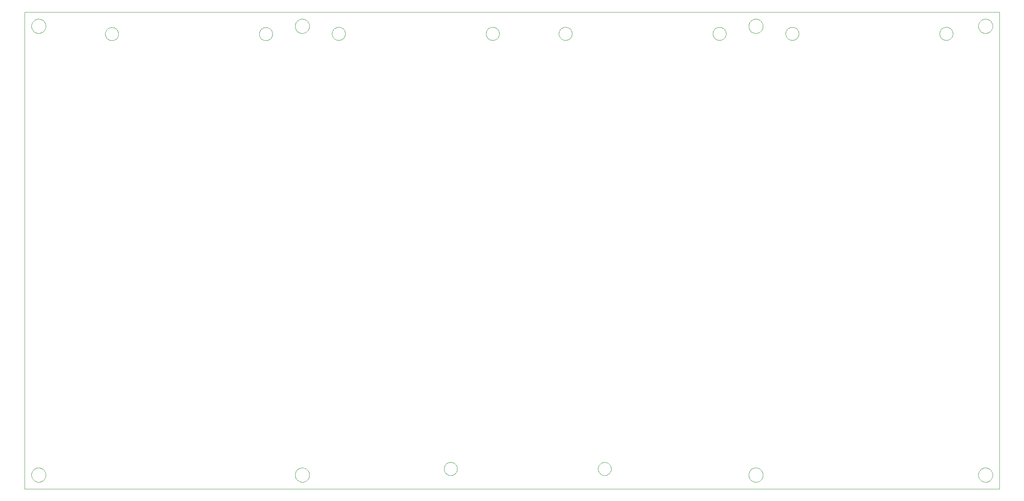
<source format=gm1>
G04 Output by ViewMate Deluxe V11.0.9  PentaLogix LLC*
G04 Mon Mar 30 14:28:06 2015*
%FSLAX33Y33*%
%MOMM*%
%IPPOS*%
%ADD113C,0.0*%

%LPD*%
X0Y0D2*D113*G1X8331Y110490D2*X8336Y110363D1*X8352Y110236*X8377Y110112*X8412Y109990*X8456Y109870*X8509Y109756*X8572Y109644*X8644Y109540*X8725Y109441*X8811Y109347*X8905Y109261*X9007Y109184*X9114Y109116*X9225Y109055*X9342Y109002*X9462Y108961*X9583Y108928*X9710Y108905*X9835Y108892*X9964Y108890*X10091Y108897*X10216Y108915*X10340Y108943*X10462Y108981*X10579Y109027*X10693Y109083*X10803Y109149*X10907Y109223*X11006Y109304*X11097Y109393*X11179Y109489*X11255Y109591*X11323Y109700*X11382Y109812*X11430Y109929*X11471Y110051*X11501Y110175*X11521Y110300*X11532Y110426*X11532Y110554*X11521Y110680*X11501Y110805*X11471Y110929*X11430Y111051*X11382Y111168*X11323Y111280*X11255Y111389*X11179Y111491*X11097Y111587*X11006Y111676*X10907Y111757*X10803Y111831*X10693Y111897*X10579Y111953*X10462Y111999*X10340Y112037*X10216Y112065*X10091Y112083*X9964Y112090*X9835Y112088*X9710Y112075*X9583Y112052*X9462Y112019*X9342Y111978*X9225Y111925*X9114Y111864*X9007Y111796*X8905Y111719*X8811Y111633*X8725Y111539*X8644Y111440*X8572Y111336*X8509Y111224*X8456Y111110*X8412Y110990*X8377Y110868*X8352Y110744*X8336Y110617*X8331Y110490*X24867Y108737D2*X24872Y108615D1*X24887Y108496*X24912Y108377*X24945Y108260*X24991Y108146*X25044Y108036*X25105Y107932*X25176Y107833*X25255Y107739*X25342Y107653*X25436Y107574*X25535Y107503*X25639Y107442*X25748Y107389*X25862Y107343*X25979Y107310*X26098Y107285*X26218Y107269*X26340Y107264*X26462Y107269*X26581Y107285*X26700Y107310*X26817Y107343*X26932Y107389*X27041Y107442*X27145Y107503*X27244Y107574*X27338Y107653*X27424Y107739*X27503Y107833*X27574Y107932*X27635Y108036*X27689Y108146*X27734Y108260*X27767Y108377*X27793Y108496*X27808Y108615*X27813Y108737*X27808Y108859*X27793Y108979*X27767Y109098*X27734Y109215*X27689Y109329*X27635Y109438*X27574Y109543*X27503Y109642*X27424Y109736*X27338Y109822*X27244Y109901*X27145Y109972*X27041Y110033*X26932Y110086*X26817Y110132*X26700Y110165*X26581Y110190*X26462Y110206*X26340Y110211*X26218Y110206*X26098Y110190*X25979Y110165*X25862Y110132*X25748Y110086*X25639Y110033*X25535Y109972*X25436Y109901*X25342Y109822*X25255Y109736*X25176Y109642*X25105Y109543*X25044Y109438*X24991Y109329*X24945Y109215*X24912Y109098*X24887Y108979*X24872Y108859*X24867Y108737*X59360Y108737D2*X59365Y108615D1*X59380Y108496*X59406Y108377*X59439Y108260*X59484Y108146*X59538Y108036*X59599Y107932*X59670Y107833*X59748Y107739*X59835Y107653*X59929Y107574*X60028Y107503*X60132Y107442*X60241Y107389*X60355Y107343*X60472Y107310*X60592Y107285*X60711Y107269*X60833Y107264*X60955Y107269*X61074Y107285*X61194Y107310*X61311Y107343*X61425Y107389*X61534Y107442*X61638Y107503*X61737Y107574*X61831Y107653*X61918Y107739*X61996Y107833*X62067Y107932*X62128Y108036*X62182Y108146*X62227Y108260*X62260Y108377*X62286Y108496*X62301Y108615*X62306Y108737*X62301Y108859*X62286Y108979*X62260Y109098*X62227Y109215*X62182Y109329*X62128Y109438*X62067Y109543*X61996Y109642*X61918Y109736*X61831Y109822*X61737Y109901*X61638Y109972*X61534Y110033*X61425Y110086*X61311Y110132*X61194Y110165*X61074Y110190*X60955Y110206*X60833Y110211*X60711Y110206*X60592Y110190*X60472Y110165*X60355Y110132*X60241Y110086*X60132Y110033*X60028Y109972*X59929Y109901*X59835Y109822*X59748Y109736*X59670Y109642*X59599Y109543*X59538Y109438*X59484Y109329*X59439Y109215*X59406Y109098*X59380Y108979*X59365Y108859*X59360Y108737*X67386Y110490D2*X67391Y110363D1*X67407Y110236*X67432Y110112*X67467Y109990*X67511Y109870*X67564Y109756*X67628Y109644*X67699Y109540*X67780Y109441*X67866Y109347*X67960Y109261*X68062Y109184*X68169Y109116*X68280Y109055*X68397Y109002*X68516Y108961*X68638Y108928*X68765Y108905*X68890Y108892*X69019Y108890*X69146Y108897*X69271Y108915*X69395Y108943*X69517Y108981*X69634Y109027*X69748Y109083*X69858Y109149*X69962Y109223*X70061Y109304*X70152Y109393*X70234Y109489*X70310Y109591*X70378Y109700*X70437Y109812*X70485Y109929*X70526Y110051*X70556Y110175*X70576Y110300*X70587Y110426*X70587Y110554*X70576Y110680*X70556Y110805*X70526Y110929*X70485Y111051*X70437Y111168*X70378Y111280*X70310Y111389*X70234Y111491*X70152Y111587*X70061Y111676*X69962Y111757*X69858Y111831*X69748Y111897*X69634Y111953*X69517Y111999*X69395Y112037*X69271Y112065*X69146Y112083*X69019Y112090*X68890Y112088*X68765Y112075*X68638Y112052*X68516Y112019*X68397Y111978*X68280Y111925*X68169Y111864*X68062Y111796*X67960Y111719*X67866Y111633*X67780Y111539*X67699Y111440*X67628Y111336*X67564Y111224*X67511Y111110*X67467Y110990*X67432Y110868*X67407Y110744*X67391Y110617*X67386Y110490*X75667Y108801D2*X75672Y108679D1*X75687Y108560*X75712Y108440*X75745Y108323*X75791Y108209*X75844Y108100*X75905Y107996*X75976Y107897*X76055Y107803*X76142Y107716*X76236Y107638*X76335Y107566*X76439Y107506*X76548Y107452*X76662Y107406*X76779Y107373*X76898Y107348*X77018Y107333*X77140Y107328*X77262Y107333*X77381Y107348*X77500Y107373*X77617Y107406*X77732Y107452*X77841Y107506*X77945Y107566*X78044Y107638*X78138Y107716*X78224Y107803*X78303Y107897*X78374Y107996*X78435Y108100*X78489Y108209*X78534Y108323*X78567Y108440*X78593Y108560*X78608Y108679*X78613Y108801*X78608Y108923*X78593Y109042*X78567Y109162*X78534Y109278*X78489Y109393*X78435Y109502*X78374Y109606*X78303Y109705*X78224Y109799*X78138Y109885*X78044Y109964*X77945Y110035*X77841Y110096*X77732Y110150*X77617Y110195*X77500Y110228*X77381Y110254*X77262Y110269*X77140Y110274*X77018Y110269*X76898Y110254*X76779Y110228*X76662Y110195*X76548Y110150*X76439Y110096*X76335Y110035*X76236Y109964*X76142Y109885*X76055Y109799*X75976Y109705*X75905Y109606*X75844Y109502*X75791Y109393*X75745Y109278*X75712Y109162*X75687Y109042*X75672Y108923*X75667Y108801*X110160Y108801D2*X110165Y108679D1*X110180Y108560*X110206Y108440*X110239Y108323*X110284Y108209*X110338Y108100*X110399Y107996*X110470Y107897*X110548Y107803*X110635Y107716*X110729Y107638*X110828Y107566*X110932Y107506*X111041Y107452*X111155Y107406*X111272Y107373*X111392Y107348*X111511Y107333*X111633Y107328*X111755Y107333*X111874Y107348*X111994Y107373*X112111Y107406*X112225Y107452*X112334Y107506*X112438Y107566*X112537Y107638*X112631Y107716*X112718Y107803*X112796Y107897*X112867Y107996*X112928Y108100*X112982Y108209*X113027Y108323*X113060Y108440*X113086Y108560*X113101Y108679*X113106Y108801*X113101Y108923*X113086Y109042*X113060Y109162*X113027Y109278*X112982Y109393*X112928Y109502*X112867Y109606*X112796Y109705*X112718Y109799*X112631Y109885*X112537Y109964*X112438Y110035*X112334Y110096*X112225Y110150*X112111Y110195*X111994Y110228*X111874Y110254*X111755Y110269*X111633Y110274*X111511Y110269*X111392Y110254*X111272Y110228*X111155Y110195*X111041Y110150*X110932Y110096*X110828Y110035*X110729Y109964*X110635Y109885*X110548Y109799*X110470Y109705*X110399Y109606*X110338Y109502*X110284Y109393*X110239Y109278*X110206Y109162*X110180Y109042*X110165Y108923*X110160Y108801*X126467Y108801D2*X126472Y108679D1*X126487Y108560*X126512Y108440*X126545Y108323*X126591Y108209*X126644Y108100*X126705Y107996*X126776Y107897*X126855Y107803*X126942Y107716*X127036Y107638*X127135Y107566*X127239Y107506*X127348Y107452*X127462Y107406*X127579Y107373*X127698Y107348*X127818Y107333*X127940Y107328*X128062Y107333*X128181Y107348*X128300Y107373*X128417Y107406*X128532Y107452*X128641Y107506*X128745Y107566*X128844Y107638*X128938Y107716*X129024Y107803*X129103Y107897*X129174Y107996*X129235Y108100*X129289Y108209*X129334Y108323*X129367Y108440*X129393Y108560*X129408Y108679*X129413Y108801*X129408Y108923*X129393Y109042*X129367Y109162*X129334Y109278*X129289Y109393*X129235Y109502*X129174Y109606*X129103Y109705*X129024Y109799*X128938Y109885*X128844Y109964*X128745Y110035*X128641Y110096*X128532Y110150*X128417Y110195*X128300Y110228*X128181Y110254*X128062Y110269*X127940Y110274*X127818Y110269*X127698Y110254*X127579Y110228*X127462Y110195*X127348Y110150*X127239Y110096*X127135Y110035*X127036Y109964*X126942Y109885*X126855Y109799*X126776Y109705*X126705Y109606*X126644Y109502*X126591Y109393*X126545Y109278*X126512Y109162*X126487Y109042*X126472Y108923*X126467Y108801*X160960Y108801D2*X160965Y108679D1*X160980Y108560*X161006Y108440*X161039Y108323*X161084Y108209*X161138Y108100*X161199Y107996*X161270Y107897*X161348Y107803*X161435Y107716*X161529Y107638*X161628Y107566*X161732Y107506*X161841Y107452*X161955Y107406*X162072Y107373*X162192Y107348*X162311Y107333*X162433Y107328*X162555Y107333*X162674Y107348*X162794Y107373*X162911Y107406*X163025Y107452*X163134Y107506*X163238Y107566*X163337Y107638*X163431Y107716*X163518Y107803*X163596Y107897*X163667Y107996*X163728Y108100*X163782Y108209*X163827Y108323*X163860Y108440*X163886Y108560*X163901Y108679*X163906Y108801*X163901Y108923*X163886Y109042*X163860Y109162*X163827Y109278*X163782Y109393*X163728Y109502*X163667Y109606*X163596Y109705*X163518Y109799*X163431Y109885*X163337Y109964*X163238Y110035*X163134Y110096*X163025Y110150*X162911Y110195*X162794Y110228*X162674Y110254*X162555Y110269*X162433Y110274*X162311Y110269*X162192Y110254*X162072Y110228*X161955Y110195*X161841Y110150*X161732Y110096*X161628Y110035*X161529Y109964*X161435Y109885*X161348Y109799*X161270Y109705*X161199Y109606*X161138Y109502*X161084Y109393*X161039Y109278*X161006Y109162*X160980Y109042*X160965Y108923*X160960Y108801*X168986Y110490D2*X168991Y110363D1*X169007Y110236*X169032Y110112*X169067Y109990*X169111Y109870*X169164Y109756*X169228Y109644*X169299Y109540*X169380Y109441*X169466Y109347*X169560Y109261*X169662Y109184*X169769Y109116*X169880Y109055*X169997Y109002*X170116Y108961*X170238Y108928*X170365Y108905*X170490Y108892*X170619Y108890*X170746Y108897*X170871Y108915*X170995Y108943*X171117Y108981*X171234Y109027*X171348Y109083*X171458Y109149*X171562Y109223*X171661Y109304*X171752Y109393*X171834Y109489*X171910Y109591*X171978Y109700*X172037Y109812*X172085Y109929*X172126Y110051*X172156Y110175*X172176Y110300*X172187Y110426*X172187Y110554*X172176Y110680*X172156Y110805*X172126Y110929*X172085Y111051*X172037Y111168*X171978Y111280*X171910Y111389*X171834Y111491*X171752Y111587*X171661Y111676*X171562Y111757*X171458Y111831*X171348Y111897*X171234Y111953*X171117Y111999*X170995Y112037*X170871Y112065*X170746Y112083*X170619Y112090*X170490Y112088*X170365Y112075*X170238Y112052*X170116Y112019*X169997Y111978*X169880Y111925*X169769Y111864*X169662Y111796*X169560Y111719*X169466Y111633*X169380Y111539*X169299Y111440*X169228Y111336*X169164Y111224*X169111Y111110*X169067Y110990*X169032Y110868*X169007Y110744*X168991Y110617*X168986Y110490*X177267Y108801D2*X177272Y108679D1*X177287Y108560*X177312Y108440*X177345Y108323*X177391Y108209*X177444Y108100*X177505Y107996*X177576Y107897*X177655Y107803*X177742Y107716*X177836Y107638*X177935Y107566*X178039Y107506*X178148Y107452*X178262Y107406*X178379Y107373*X178498Y107348*X178618Y107333*X178740Y107328*X178862Y107333*X178981Y107348*X179100Y107373*X179217Y107406*X179332Y107452*X179441Y107506*X179545Y107566*X179644Y107638*X179738Y107716*X179824Y107803*X179903Y107897*X179974Y107996*X180035Y108100*X180089Y108209*X180134Y108323*X180167Y108440*X180193Y108560*X180208Y108679*X180213Y108801*X180208Y108923*X180193Y109042*X180167Y109162*X180134Y109278*X180089Y109393*X180035Y109502*X179974Y109606*X179903Y109705*X179824Y109799*X179738Y109885*X179644Y109964*X179545Y110035*X179441Y110096*X179332Y110150*X179217Y110195*X179100Y110228*X178981Y110254*X178862Y110269*X178740Y110274*X178618Y110269*X178498Y110254*X178379Y110228*X178262Y110195*X178148Y110150*X178039Y110096*X177935Y110035*X177836Y109964*X177742Y109885*X177655Y109799*X177576Y109705*X177505Y109606*X177444Y109502*X177391Y109393*X177345Y109278*X177312Y109162*X177287Y109042*X177272Y108923*X177267Y108801*X220421Y110490D2*X220426Y110363D1*X220442Y110236*X220467Y110112*X220502Y109990*X220546Y109870*X220599Y109756*X220662Y109644*X220734Y109540*X220815Y109441*X220901Y109347*X220995Y109261*X221097Y109184*X221204Y109116*X221315Y109055*X221432Y109002*X221552Y108961*X221673Y108928*X221800Y108905*X221925Y108892*X222054Y108890*X222181Y108897*X222306Y108915*X222430Y108943*X222552Y108981*X222669Y109027*X222783Y109083*X222893Y109149*X222997Y109223*X223096Y109304*X223187Y109393*X223269Y109489*X223345Y109591*X223413Y109700*X223472Y109812*X223520Y109929*X223561Y110051*X223591Y110175*X223611Y110300*X223622Y110426*X223622Y110554*X223611Y110680*X223591Y110805*X223561Y110929*X223520Y111051*X223472Y111168*X223413Y111280*X223345Y111389*X223269Y111491*X223187Y111587*X223096Y111676*X222997Y111757*X222893Y111831*X222783Y111897*X222669Y111953*X222552Y111999*X222430Y112037*X222306Y112065*X222181Y112083*X222054Y112090*X221925Y112088*X221800Y112075*X221673Y112052*X221552Y112019*X221432Y111978*X221315Y111925*X221204Y111864*X221097Y111796*X220995Y111719*X220901Y111633*X220815Y111539*X220734Y111440*X220662Y111336*X220599Y111224*X220546Y111110*X220502Y110990*X220467Y110868*X220442Y110744*X220426Y110617*X220421Y110490*X211760Y108801D2*X211765Y108679D1*X211780Y108560*X211806Y108440*X211839Y108323*X211884Y108209*X211938Y108100*X211999Y107996*X212070Y107897*X212148Y107803*X212235Y107716*X212329Y107638*X212428Y107566*X212532Y107506*X212641Y107452*X212755Y107406*X212872Y107373*X212992Y107348*X213111Y107333*X213233Y107328*X213355Y107333*X213474Y107348*X213594Y107373*X213711Y107406*X213825Y107452*X213934Y107506*X214038Y107566*X214137Y107638*X214231Y107716*X214318Y107803*X214396Y107897*X214467Y107996*X214528Y108100*X214582Y108209*X214627Y108323*X214660Y108440*X214686Y108560*X214701Y108679*X214706Y108801*X214701Y108923*X214686Y109042*X214660Y109162*X214627Y109278*X214582Y109393*X214528Y109502*X214467Y109606*X214396Y109705*X214318Y109799*X214231Y109885*X214137Y109964*X214038Y110035*X213934Y110096*X213825Y110150*X213711Y110195*X213594Y110228*X213474Y110254*X213355Y110269*X213233Y110274*X213111Y110269*X212992Y110254*X212872Y110228*X212755Y110195*X212641Y110150*X212532Y110096*X212428Y110035*X212329Y109964*X212235Y109885*X212148Y109799*X212070Y109705*X211999Y109606*X211938Y109502*X211884Y109393*X211839Y109278*X211806Y109162*X211780Y109042*X211765Y108923*X211760Y108801*X220421Y9842D2*X220426Y9716D1*X220442Y9588*X220467Y9464*X220502Y9342*X220546Y9223*X220599Y9108*X220662Y8997*X220734Y8893*X220815Y8793*X220901Y8700*X220995Y8613*X221097Y8537*X221204Y8468*X221315Y8407*X221432Y8354*X221552Y8313*X221673Y8280*X221800Y8258*X221925Y8245*X222054Y8242*X222181Y8250*X222306Y8268*X222430Y8296*X222552Y8334*X222669Y8379*X222783Y8435*X222893Y8501*X222997Y8575*X223096Y8656*X223187Y8745*X223269Y8842*X223345Y8943*X223413Y9053*X223472Y9164*X223520Y9281*X223561Y9403*X223591Y9528*X223611Y9652*X223622Y9779*X223622Y9906*X223611Y10033*X223591Y10157*X223561Y10282*X223520Y10404*X223472Y10521*X223413Y10632*X223345Y10742*X223269Y10843*X223187Y10940*X223096Y11029*X222997Y11110*X222893Y11184*X222783Y11250*X222669Y11306*X222552Y11351*X222430Y11389*X222306Y11417*X222181Y11435*X222054Y11443*X221925Y11440*X221800Y11427*X221673Y11405*X221552Y11372*X221432Y11331*X221315Y11278*X221204Y11217*X221097Y11148*X220995Y11072*X220901Y10986*X220815Y10892*X220734Y10792*X220662Y10688*X220599Y10577*X220546Y10462*X220502Y10343*X220467Y10221*X220442Y10096*X220426Y9970*X220421Y9842*X168986Y9842D2*X168991Y9716D1*X169007Y9588*X169032Y9464*X169067Y9342*X169111Y9223*X169164Y9108*X169228Y8997*X169299Y8893*X169380Y8793*X169466Y8700*X169560Y8613*X169662Y8537*X169769Y8468*X169880Y8407*X169997Y8354*X170116Y8313*X170238Y8280*X170365Y8258*X170490Y8245*X170619Y8242*X170746Y8250*X170871Y8268*X170995Y8296*X171117Y8334*X171234Y8379*X171348Y8435*X171458Y8501*X171562Y8575*X171661Y8656*X171752Y8745*X171834Y8842*X171910Y8943*X171978Y9053*X172037Y9164*X172085Y9281*X172126Y9403*X172156Y9528*X172176Y9652*X172187Y9779*X172187Y9906*X172176Y10033*X172156Y10157*X172126Y10282*X172085Y10404*X172037Y10521*X171978Y10632*X171910Y10742*X171834Y10843*X171752Y10940*X171661Y11029*X171562Y11110*X171458Y11184*X171348Y11250*X171234Y11306*X171117Y11351*X170995Y11389*X170871Y11417*X170746Y11435*X170619Y11443*X170490Y11440*X170365Y11427*X170238Y11405*X170116Y11372*X169997Y11331*X169880Y11278*X169769Y11217*X169662Y11148*X169560Y11072*X169466Y10986*X169380Y10892*X169299Y10792*X169228Y10688*X169164Y10577*X169111Y10462*X169067Y10343*X169032Y10221*X169007Y10096*X168991Y9970*X168986Y9842*X135242Y11214D2*X135247Y11092D1*X135263Y10973*X135288Y10853*X135321Y10737*X135367Y10622*X135420Y10513*X135481Y10409*X135552Y10310*X135631Y10216*X135717Y10130*X135811Y10051*X135910Y9980*X136014Y9919*X136124Y9865*X136238Y9820*X136355Y9787*X136474Y9761*X136594Y9746*X136716Y9741*X136837Y9746*X136957Y9761*X137076Y9787*X137193Y9820*X137307Y9865*X137417Y9919*X137521Y9980*X137620Y10051*X137714Y10130*X137800Y10216*X137879Y10310*X137950Y10409*X138011Y10513*X138064Y10622*X138110Y10737*X138143Y10853*X138168Y10973*X138184Y11092*X138189Y11214*X138184Y11336*X138168Y11455*X138143Y11575*X138110Y11692*X138064Y11806*X138011Y11915*X137950Y12019*X137879Y12118*X137800Y12212*X137714Y12299*X137620Y12377*X137521Y12449*X137417Y12510*X137307Y12563*X137193Y12609*X137076Y12642*X136957Y12667*X136837Y12682*X136716Y12687*X136594Y12682*X136474Y12667*X136355Y12642*X136238Y12609*X136124Y12563*X136014Y12510*X135910Y12449*X135811Y12377*X135717Y12299*X135631Y12212*X135552Y12118*X135481Y12019*X135420Y11915*X135367Y11806*X135321Y11692*X135288Y11575*X135263Y11455*X135247Y11336*X135242Y11214*X100749Y11214D2*X100754Y11092D1*X100769Y10973*X100795Y10853*X100828Y10737*X100874Y10622*X100927Y10513*X100988Y10409*X101059Y10310*X101138Y10216*X101224Y10130*X101318Y10051*X101417Y9980*X101521Y9919*X101630Y9865*X101745Y9820*X101862Y9787*X101981Y9761*X102100Y9746*X102222Y9741*X102344Y9746*X102464Y9761*X102583Y9787*X102700Y9820*X102814Y9865*X102923Y9919*X103027Y9980*X103127Y10051*X103221Y10130*X103307Y10216*X103386Y10310*X103457Y10409*X103518Y10513*X103571Y10622*X103617Y10737*X103650Y10853*X103675Y10973*X103690Y11092*X103696Y11214*X103690Y11336*X103675Y11455*X103650Y11575*X103617Y11692*X103571Y11806*X103518Y11915*X103457Y12019*X103386Y12118*X103307Y12212*X103221Y12299*X103127Y12377*X103027Y12449*X102923Y12510*X102814Y12563*X102700Y12609*X102583Y12642*X102464Y12667*X102344Y12682*X102222Y12687*X102100Y12682*X101981Y12667*X101862Y12642*X101745Y12609*X101630Y12563*X101521Y12510*X101417Y12449*X101318Y12377*X101224Y12299*X101138Y12212*X101059Y12118*X100988Y12019*X100927Y11915*X100874Y11806*X100828Y11692*X100795Y11575*X100769Y11455*X100754Y11336*X100749Y11214*X67386Y9842D2*X67391Y9716D1*X67407Y9588*X67432Y9464*X67467Y9342*X67511Y9223*X67564Y9108*X67628Y8997*X67699Y8893*X67780Y8793*X67866Y8700*X67960Y8613*X68062Y8537*X68169Y8468*X68280Y8407*X68397Y8354*X68516Y8313*X68638Y8280*X68765Y8258*X68890Y8245*X69019Y8242*X69146Y8250*X69271Y8268*X69395Y8296*X69517Y8334*X69634Y8379*X69748Y8435*X69858Y8501*X69962Y8575*X70061Y8656*X70152Y8745*X70234Y8842*X70310Y8943*X70378Y9053*X70437Y9164*X70485Y9281*X70526Y9403*X70556Y9528*X70576Y9652*X70587Y9779*X70587Y9906*X70576Y10033*X70556Y10157*X70526Y10282*X70485Y10404*X70437Y10521*X70378Y10632*X70310Y10742*X70234Y10843*X70152Y10940*X70061Y11029*X69962Y11110*X69858Y11184*X69748Y11250*X69634Y11306*X69517Y11351*X69395Y11389*X69271Y11417*X69146Y11435*X69019Y11443*X68890Y11440*X68765Y11427*X68638Y11405*X68516Y11372*X68397Y11331*X68280Y11278*X68169Y11217*X68062Y11148*X67960Y11072*X67866Y10986*X67780Y10892*X67699Y10792*X67628Y10688*X67564Y10577*X67511Y10462*X67467Y10343*X67432Y10221*X67407Y10096*X67391Y9970*X67386Y9842*X8331Y9842D2*X8336Y9716D1*X8352Y9588*X8377Y9464*X8412Y9342*X8456Y9223*X8509Y9108*X8572Y8997*X8644Y8893*X8725Y8793*X8811Y8700*X8905Y8613*X9007Y8537*X9114Y8468*X9225Y8407*X9342Y8354*X9462Y8313*X9583Y8280*X9710Y8258*X9835Y8245*X9964Y8242*X10091Y8250*X10216Y8268*X10340Y8296*X10462Y8334*X10579Y8379*X10693Y8435*X10803Y8501*X10907Y8575*X11006Y8656*X11097Y8745*X11179Y8842*X11255Y8943*X11323Y9053*X11382Y9164*X11430Y9281*X11471Y9403*X11501Y9528*X11521Y9652*X11532Y9779*X11532Y9906*X11521Y10033*X11501Y10157*X11471Y10282*X11430Y10404*X11382Y10521*X11323Y10632*X11255Y10742*X11179Y10843*X11097Y10940*X11006Y11029*X10907Y11110*X10803Y11184*X10693Y11250*X10579Y11306*X10462Y11351*X10340Y11389*X10216Y11417*X10091Y11435*X9964Y11443*X9835Y11440*X9710Y11427*X9583Y11405*X9462Y11372*X9342Y11331*X9225Y11278*X9114Y11217*X9007Y11148*X8905Y11072*X8811Y10986*X8725Y10892*X8644Y10792*X8572Y10688*X8509Y10577*X8456Y10462*X8412Y10343*X8377Y10221*X8352Y10096*X8336Y9970*X8331Y9842*X6756Y6668D2*X225176Y6668D1*X225176Y113652*X6756Y113652*X6756Y6668*X0Y0D2*M02*
</source>
